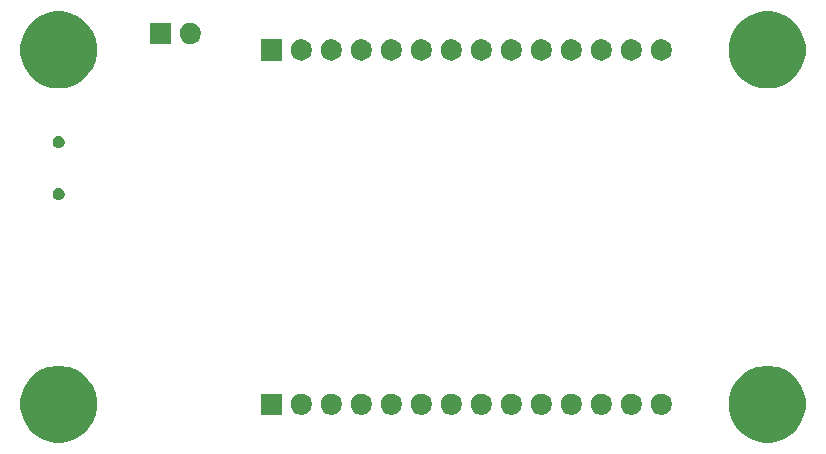
<source format=gbr>
G04 #@! TF.GenerationSoftware,KiCad,Pcbnew,5.1.5*
G04 #@! TF.CreationDate,2020-01-13T20:43:58-05:00*
G04 #@! TF.ProjectId,stm32f0_usb,73746d33-3266-4305-9f75-73622e6b6963,0*
G04 #@! TF.SameCoordinates,Original*
G04 #@! TF.FileFunction,Soldermask,Bot*
G04 #@! TF.FilePolarity,Negative*
%FSLAX46Y46*%
G04 Gerber Fmt 4.6, Leading zero omitted, Abs format (unit mm)*
G04 Created by KiCad (PCBNEW 5.1.5) date 2020-01-13 20:43:58*
%MOMM*%
%LPD*%
G04 APERTURE LIST*
%ADD10C,0.100000*%
G04 APERTURE END LIST*
D10*
G36*
X165634239Y-131811467D02*
G01*
X165948282Y-131873934D01*
X166539926Y-132119001D01*
X167072392Y-132474784D01*
X167525216Y-132927608D01*
X167880999Y-133460074D01*
X168126066Y-134051718D01*
X168251000Y-134679804D01*
X168251000Y-135320196D01*
X168126066Y-135948282D01*
X167880999Y-136539926D01*
X167525216Y-137072392D01*
X167072392Y-137525216D01*
X166539926Y-137880999D01*
X165948282Y-138126066D01*
X165634239Y-138188533D01*
X165320197Y-138251000D01*
X164679803Y-138251000D01*
X164365761Y-138188533D01*
X164051718Y-138126066D01*
X163460074Y-137880999D01*
X162927608Y-137525216D01*
X162474784Y-137072392D01*
X162119001Y-136539926D01*
X161873934Y-135948282D01*
X161749000Y-135320196D01*
X161749000Y-134679804D01*
X161873934Y-134051718D01*
X162119001Y-133460074D01*
X162474784Y-132927608D01*
X162927608Y-132474784D01*
X163460074Y-132119001D01*
X164051718Y-131873934D01*
X164365761Y-131811467D01*
X164679803Y-131749000D01*
X165320197Y-131749000D01*
X165634239Y-131811467D01*
G37*
G36*
X105634239Y-131811467D02*
G01*
X105948282Y-131873934D01*
X106539926Y-132119001D01*
X107072392Y-132474784D01*
X107525216Y-132927608D01*
X107880999Y-133460074D01*
X108126066Y-134051718D01*
X108251000Y-134679804D01*
X108251000Y-135320196D01*
X108126066Y-135948282D01*
X107880999Y-136539926D01*
X107525216Y-137072392D01*
X107072392Y-137525216D01*
X106539926Y-137880999D01*
X105948282Y-138126066D01*
X105634239Y-138188533D01*
X105320197Y-138251000D01*
X104679803Y-138251000D01*
X104365761Y-138188533D01*
X104051718Y-138126066D01*
X103460074Y-137880999D01*
X102927608Y-137525216D01*
X102474784Y-137072392D01*
X102119001Y-136539926D01*
X101873934Y-135948282D01*
X101749000Y-135320196D01*
X101749000Y-134679804D01*
X101873934Y-134051718D01*
X102119001Y-133460074D01*
X102474784Y-132927608D01*
X102927608Y-132474784D01*
X103460074Y-132119001D01*
X104051718Y-131873934D01*
X104365761Y-131811467D01*
X104679803Y-131749000D01*
X105320197Y-131749000D01*
X105634239Y-131811467D01*
G37*
G36*
X145973512Y-134103927D02*
G01*
X146122812Y-134133624D01*
X146286784Y-134201544D01*
X146434354Y-134300147D01*
X146559853Y-134425646D01*
X146658456Y-134573216D01*
X146726376Y-134737188D01*
X146761000Y-134911259D01*
X146761000Y-135088741D01*
X146726376Y-135262812D01*
X146658456Y-135426784D01*
X146559853Y-135574354D01*
X146434354Y-135699853D01*
X146286784Y-135798456D01*
X146122812Y-135866376D01*
X145973512Y-135896073D01*
X145948742Y-135901000D01*
X145771258Y-135901000D01*
X145746488Y-135896073D01*
X145597188Y-135866376D01*
X145433216Y-135798456D01*
X145285646Y-135699853D01*
X145160147Y-135574354D01*
X145061544Y-135426784D01*
X144993624Y-135262812D01*
X144959000Y-135088741D01*
X144959000Y-134911259D01*
X144993624Y-134737188D01*
X145061544Y-134573216D01*
X145160147Y-134425646D01*
X145285646Y-134300147D01*
X145433216Y-134201544D01*
X145597188Y-134133624D01*
X145746488Y-134103927D01*
X145771258Y-134099000D01*
X145948742Y-134099000D01*
X145973512Y-134103927D01*
G37*
G36*
X156133512Y-134103927D02*
G01*
X156282812Y-134133624D01*
X156446784Y-134201544D01*
X156594354Y-134300147D01*
X156719853Y-134425646D01*
X156818456Y-134573216D01*
X156886376Y-134737188D01*
X156921000Y-134911259D01*
X156921000Y-135088741D01*
X156886376Y-135262812D01*
X156818456Y-135426784D01*
X156719853Y-135574354D01*
X156594354Y-135699853D01*
X156446784Y-135798456D01*
X156282812Y-135866376D01*
X156133512Y-135896073D01*
X156108742Y-135901000D01*
X155931258Y-135901000D01*
X155906488Y-135896073D01*
X155757188Y-135866376D01*
X155593216Y-135798456D01*
X155445646Y-135699853D01*
X155320147Y-135574354D01*
X155221544Y-135426784D01*
X155153624Y-135262812D01*
X155119000Y-135088741D01*
X155119000Y-134911259D01*
X155153624Y-134737188D01*
X155221544Y-134573216D01*
X155320147Y-134425646D01*
X155445646Y-134300147D01*
X155593216Y-134201544D01*
X155757188Y-134133624D01*
X155906488Y-134103927D01*
X155931258Y-134099000D01*
X156108742Y-134099000D01*
X156133512Y-134103927D01*
G37*
G36*
X153593512Y-134103927D02*
G01*
X153742812Y-134133624D01*
X153906784Y-134201544D01*
X154054354Y-134300147D01*
X154179853Y-134425646D01*
X154278456Y-134573216D01*
X154346376Y-134737188D01*
X154381000Y-134911259D01*
X154381000Y-135088741D01*
X154346376Y-135262812D01*
X154278456Y-135426784D01*
X154179853Y-135574354D01*
X154054354Y-135699853D01*
X153906784Y-135798456D01*
X153742812Y-135866376D01*
X153593512Y-135896073D01*
X153568742Y-135901000D01*
X153391258Y-135901000D01*
X153366488Y-135896073D01*
X153217188Y-135866376D01*
X153053216Y-135798456D01*
X152905646Y-135699853D01*
X152780147Y-135574354D01*
X152681544Y-135426784D01*
X152613624Y-135262812D01*
X152579000Y-135088741D01*
X152579000Y-134911259D01*
X152613624Y-134737188D01*
X152681544Y-134573216D01*
X152780147Y-134425646D01*
X152905646Y-134300147D01*
X153053216Y-134201544D01*
X153217188Y-134133624D01*
X153366488Y-134103927D01*
X153391258Y-134099000D01*
X153568742Y-134099000D01*
X153593512Y-134103927D01*
G37*
G36*
X151053512Y-134103927D02*
G01*
X151202812Y-134133624D01*
X151366784Y-134201544D01*
X151514354Y-134300147D01*
X151639853Y-134425646D01*
X151738456Y-134573216D01*
X151806376Y-134737188D01*
X151841000Y-134911259D01*
X151841000Y-135088741D01*
X151806376Y-135262812D01*
X151738456Y-135426784D01*
X151639853Y-135574354D01*
X151514354Y-135699853D01*
X151366784Y-135798456D01*
X151202812Y-135866376D01*
X151053512Y-135896073D01*
X151028742Y-135901000D01*
X150851258Y-135901000D01*
X150826488Y-135896073D01*
X150677188Y-135866376D01*
X150513216Y-135798456D01*
X150365646Y-135699853D01*
X150240147Y-135574354D01*
X150141544Y-135426784D01*
X150073624Y-135262812D01*
X150039000Y-135088741D01*
X150039000Y-134911259D01*
X150073624Y-134737188D01*
X150141544Y-134573216D01*
X150240147Y-134425646D01*
X150365646Y-134300147D01*
X150513216Y-134201544D01*
X150677188Y-134133624D01*
X150826488Y-134103927D01*
X150851258Y-134099000D01*
X151028742Y-134099000D01*
X151053512Y-134103927D01*
G37*
G36*
X123901000Y-135901000D02*
G01*
X122099000Y-135901000D01*
X122099000Y-134099000D01*
X123901000Y-134099000D01*
X123901000Y-135901000D01*
G37*
G36*
X125653512Y-134103927D02*
G01*
X125802812Y-134133624D01*
X125966784Y-134201544D01*
X126114354Y-134300147D01*
X126239853Y-134425646D01*
X126338456Y-134573216D01*
X126406376Y-134737188D01*
X126441000Y-134911259D01*
X126441000Y-135088741D01*
X126406376Y-135262812D01*
X126338456Y-135426784D01*
X126239853Y-135574354D01*
X126114354Y-135699853D01*
X125966784Y-135798456D01*
X125802812Y-135866376D01*
X125653512Y-135896073D01*
X125628742Y-135901000D01*
X125451258Y-135901000D01*
X125426488Y-135896073D01*
X125277188Y-135866376D01*
X125113216Y-135798456D01*
X124965646Y-135699853D01*
X124840147Y-135574354D01*
X124741544Y-135426784D01*
X124673624Y-135262812D01*
X124639000Y-135088741D01*
X124639000Y-134911259D01*
X124673624Y-134737188D01*
X124741544Y-134573216D01*
X124840147Y-134425646D01*
X124965646Y-134300147D01*
X125113216Y-134201544D01*
X125277188Y-134133624D01*
X125426488Y-134103927D01*
X125451258Y-134099000D01*
X125628742Y-134099000D01*
X125653512Y-134103927D01*
G37*
G36*
X128193512Y-134103927D02*
G01*
X128342812Y-134133624D01*
X128506784Y-134201544D01*
X128654354Y-134300147D01*
X128779853Y-134425646D01*
X128878456Y-134573216D01*
X128946376Y-134737188D01*
X128981000Y-134911259D01*
X128981000Y-135088741D01*
X128946376Y-135262812D01*
X128878456Y-135426784D01*
X128779853Y-135574354D01*
X128654354Y-135699853D01*
X128506784Y-135798456D01*
X128342812Y-135866376D01*
X128193512Y-135896073D01*
X128168742Y-135901000D01*
X127991258Y-135901000D01*
X127966488Y-135896073D01*
X127817188Y-135866376D01*
X127653216Y-135798456D01*
X127505646Y-135699853D01*
X127380147Y-135574354D01*
X127281544Y-135426784D01*
X127213624Y-135262812D01*
X127179000Y-135088741D01*
X127179000Y-134911259D01*
X127213624Y-134737188D01*
X127281544Y-134573216D01*
X127380147Y-134425646D01*
X127505646Y-134300147D01*
X127653216Y-134201544D01*
X127817188Y-134133624D01*
X127966488Y-134103927D01*
X127991258Y-134099000D01*
X128168742Y-134099000D01*
X128193512Y-134103927D01*
G37*
G36*
X130733512Y-134103927D02*
G01*
X130882812Y-134133624D01*
X131046784Y-134201544D01*
X131194354Y-134300147D01*
X131319853Y-134425646D01*
X131418456Y-134573216D01*
X131486376Y-134737188D01*
X131521000Y-134911259D01*
X131521000Y-135088741D01*
X131486376Y-135262812D01*
X131418456Y-135426784D01*
X131319853Y-135574354D01*
X131194354Y-135699853D01*
X131046784Y-135798456D01*
X130882812Y-135866376D01*
X130733512Y-135896073D01*
X130708742Y-135901000D01*
X130531258Y-135901000D01*
X130506488Y-135896073D01*
X130357188Y-135866376D01*
X130193216Y-135798456D01*
X130045646Y-135699853D01*
X129920147Y-135574354D01*
X129821544Y-135426784D01*
X129753624Y-135262812D01*
X129719000Y-135088741D01*
X129719000Y-134911259D01*
X129753624Y-134737188D01*
X129821544Y-134573216D01*
X129920147Y-134425646D01*
X130045646Y-134300147D01*
X130193216Y-134201544D01*
X130357188Y-134133624D01*
X130506488Y-134103927D01*
X130531258Y-134099000D01*
X130708742Y-134099000D01*
X130733512Y-134103927D01*
G37*
G36*
X133273512Y-134103927D02*
G01*
X133422812Y-134133624D01*
X133586784Y-134201544D01*
X133734354Y-134300147D01*
X133859853Y-134425646D01*
X133958456Y-134573216D01*
X134026376Y-134737188D01*
X134061000Y-134911259D01*
X134061000Y-135088741D01*
X134026376Y-135262812D01*
X133958456Y-135426784D01*
X133859853Y-135574354D01*
X133734354Y-135699853D01*
X133586784Y-135798456D01*
X133422812Y-135866376D01*
X133273512Y-135896073D01*
X133248742Y-135901000D01*
X133071258Y-135901000D01*
X133046488Y-135896073D01*
X132897188Y-135866376D01*
X132733216Y-135798456D01*
X132585646Y-135699853D01*
X132460147Y-135574354D01*
X132361544Y-135426784D01*
X132293624Y-135262812D01*
X132259000Y-135088741D01*
X132259000Y-134911259D01*
X132293624Y-134737188D01*
X132361544Y-134573216D01*
X132460147Y-134425646D01*
X132585646Y-134300147D01*
X132733216Y-134201544D01*
X132897188Y-134133624D01*
X133046488Y-134103927D01*
X133071258Y-134099000D01*
X133248742Y-134099000D01*
X133273512Y-134103927D01*
G37*
G36*
X135813512Y-134103927D02*
G01*
X135962812Y-134133624D01*
X136126784Y-134201544D01*
X136274354Y-134300147D01*
X136399853Y-134425646D01*
X136498456Y-134573216D01*
X136566376Y-134737188D01*
X136601000Y-134911259D01*
X136601000Y-135088741D01*
X136566376Y-135262812D01*
X136498456Y-135426784D01*
X136399853Y-135574354D01*
X136274354Y-135699853D01*
X136126784Y-135798456D01*
X135962812Y-135866376D01*
X135813512Y-135896073D01*
X135788742Y-135901000D01*
X135611258Y-135901000D01*
X135586488Y-135896073D01*
X135437188Y-135866376D01*
X135273216Y-135798456D01*
X135125646Y-135699853D01*
X135000147Y-135574354D01*
X134901544Y-135426784D01*
X134833624Y-135262812D01*
X134799000Y-135088741D01*
X134799000Y-134911259D01*
X134833624Y-134737188D01*
X134901544Y-134573216D01*
X135000147Y-134425646D01*
X135125646Y-134300147D01*
X135273216Y-134201544D01*
X135437188Y-134133624D01*
X135586488Y-134103927D01*
X135611258Y-134099000D01*
X135788742Y-134099000D01*
X135813512Y-134103927D01*
G37*
G36*
X138353512Y-134103927D02*
G01*
X138502812Y-134133624D01*
X138666784Y-134201544D01*
X138814354Y-134300147D01*
X138939853Y-134425646D01*
X139038456Y-134573216D01*
X139106376Y-134737188D01*
X139141000Y-134911259D01*
X139141000Y-135088741D01*
X139106376Y-135262812D01*
X139038456Y-135426784D01*
X138939853Y-135574354D01*
X138814354Y-135699853D01*
X138666784Y-135798456D01*
X138502812Y-135866376D01*
X138353512Y-135896073D01*
X138328742Y-135901000D01*
X138151258Y-135901000D01*
X138126488Y-135896073D01*
X137977188Y-135866376D01*
X137813216Y-135798456D01*
X137665646Y-135699853D01*
X137540147Y-135574354D01*
X137441544Y-135426784D01*
X137373624Y-135262812D01*
X137339000Y-135088741D01*
X137339000Y-134911259D01*
X137373624Y-134737188D01*
X137441544Y-134573216D01*
X137540147Y-134425646D01*
X137665646Y-134300147D01*
X137813216Y-134201544D01*
X137977188Y-134133624D01*
X138126488Y-134103927D01*
X138151258Y-134099000D01*
X138328742Y-134099000D01*
X138353512Y-134103927D01*
G37*
G36*
X140893512Y-134103927D02*
G01*
X141042812Y-134133624D01*
X141206784Y-134201544D01*
X141354354Y-134300147D01*
X141479853Y-134425646D01*
X141578456Y-134573216D01*
X141646376Y-134737188D01*
X141681000Y-134911259D01*
X141681000Y-135088741D01*
X141646376Y-135262812D01*
X141578456Y-135426784D01*
X141479853Y-135574354D01*
X141354354Y-135699853D01*
X141206784Y-135798456D01*
X141042812Y-135866376D01*
X140893512Y-135896073D01*
X140868742Y-135901000D01*
X140691258Y-135901000D01*
X140666488Y-135896073D01*
X140517188Y-135866376D01*
X140353216Y-135798456D01*
X140205646Y-135699853D01*
X140080147Y-135574354D01*
X139981544Y-135426784D01*
X139913624Y-135262812D01*
X139879000Y-135088741D01*
X139879000Y-134911259D01*
X139913624Y-134737188D01*
X139981544Y-134573216D01*
X140080147Y-134425646D01*
X140205646Y-134300147D01*
X140353216Y-134201544D01*
X140517188Y-134133624D01*
X140666488Y-134103927D01*
X140691258Y-134099000D01*
X140868742Y-134099000D01*
X140893512Y-134103927D01*
G37*
G36*
X143433512Y-134103927D02*
G01*
X143582812Y-134133624D01*
X143746784Y-134201544D01*
X143894354Y-134300147D01*
X144019853Y-134425646D01*
X144118456Y-134573216D01*
X144186376Y-134737188D01*
X144221000Y-134911259D01*
X144221000Y-135088741D01*
X144186376Y-135262812D01*
X144118456Y-135426784D01*
X144019853Y-135574354D01*
X143894354Y-135699853D01*
X143746784Y-135798456D01*
X143582812Y-135866376D01*
X143433512Y-135896073D01*
X143408742Y-135901000D01*
X143231258Y-135901000D01*
X143206488Y-135896073D01*
X143057188Y-135866376D01*
X142893216Y-135798456D01*
X142745646Y-135699853D01*
X142620147Y-135574354D01*
X142521544Y-135426784D01*
X142453624Y-135262812D01*
X142419000Y-135088741D01*
X142419000Y-134911259D01*
X142453624Y-134737188D01*
X142521544Y-134573216D01*
X142620147Y-134425646D01*
X142745646Y-134300147D01*
X142893216Y-134201544D01*
X143057188Y-134133624D01*
X143206488Y-134103927D01*
X143231258Y-134099000D01*
X143408742Y-134099000D01*
X143433512Y-134103927D01*
G37*
G36*
X148513512Y-134103927D02*
G01*
X148662812Y-134133624D01*
X148826784Y-134201544D01*
X148974354Y-134300147D01*
X149099853Y-134425646D01*
X149198456Y-134573216D01*
X149266376Y-134737188D01*
X149301000Y-134911259D01*
X149301000Y-135088741D01*
X149266376Y-135262812D01*
X149198456Y-135426784D01*
X149099853Y-135574354D01*
X148974354Y-135699853D01*
X148826784Y-135798456D01*
X148662812Y-135866376D01*
X148513512Y-135896073D01*
X148488742Y-135901000D01*
X148311258Y-135901000D01*
X148286488Y-135896073D01*
X148137188Y-135866376D01*
X147973216Y-135798456D01*
X147825646Y-135699853D01*
X147700147Y-135574354D01*
X147601544Y-135426784D01*
X147533624Y-135262812D01*
X147499000Y-135088741D01*
X147499000Y-134911259D01*
X147533624Y-134737188D01*
X147601544Y-134573216D01*
X147700147Y-134425646D01*
X147825646Y-134300147D01*
X147973216Y-134201544D01*
X148137188Y-134133624D01*
X148286488Y-134103927D01*
X148311258Y-134099000D01*
X148488742Y-134099000D01*
X148513512Y-134103927D01*
G37*
G36*
X105097740Y-116708626D02*
G01*
X105146136Y-116718253D01*
X105183902Y-116733896D01*
X105237311Y-116756019D01*
X105237312Y-116756020D01*
X105319369Y-116810848D01*
X105389152Y-116880631D01*
X105389153Y-116880633D01*
X105443981Y-116962689D01*
X105481747Y-117053865D01*
X105501000Y-117150655D01*
X105501000Y-117249345D01*
X105481747Y-117346135D01*
X105443981Y-117437311D01*
X105443980Y-117437312D01*
X105389152Y-117519369D01*
X105319369Y-117589152D01*
X105278062Y-117616752D01*
X105237311Y-117643981D01*
X105183902Y-117666104D01*
X105146136Y-117681747D01*
X105097740Y-117691373D01*
X105049345Y-117701000D01*
X104950655Y-117701000D01*
X104902260Y-117691373D01*
X104853864Y-117681747D01*
X104816098Y-117666104D01*
X104762689Y-117643981D01*
X104721938Y-117616752D01*
X104680631Y-117589152D01*
X104610848Y-117519369D01*
X104556020Y-117437312D01*
X104556019Y-117437311D01*
X104518253Y-117346135D01*
X104499000Y-117249345D01*
X104499000Y-117150655D01*
X104518253Y-117053865D01*
X104556019Y-116962689D01*
X104610847Y-116880633D01*
X104610848Y-116880631D01*
X104680631Y-116810848D01*
X104762688Y-116756020D01*
X104762689Y-116756019D01*
X104816098Y-116733896D01*
X104853864Y-116718253D01*
X104902260Y-116708626D01*
X104950655Y-116699000D01*
X105049345Y-116699000D01*
X105097740Y-116708626D01*
G37*
G36*
X105097740Y-112308627D02*
G01*
X105146136Y-112318253D01*
X105183902Y-112333896D01*
X105237311Y-112356019D01*
X105237312Y-112356020D01*
X105319369Y-112410848D01*
X105389152Y-112480631D01*
X105389153Y-112480633D01*
X105443981Y-112562689D01*
X105481747Y-112653865D01*
X105501000Y-112750655D01*
X105501000Y-112849345D01*
X105481747Y-112946135D01*
X105443981Y-113037311D01*
X105443980Y-113037312D01*
X105389152Y-113119369D01*
X105319369Y-113189152D01*
X105278062Y-113216752D01*
X105237311Y-113243981D01*
X105183902Y-113266104D01*
X105146136Y-113281747D01*
X105097740Y-113291373D01*
X105049345Y-113301000D01*
X104950655Y-113301000D01*
X104902260Y-113291373D01*
X104853864Y-113281747D01*
X104816098Y-113266104D01*
X104762689Y-113243981D01*
X104721938Y-113216752D01*
X104680631Y-113189152D01*
X104610848Y-113119369D01*
X104556020Y-113037312D01*
X104556019Y-113037311D01*
X104518253Y-112946135D01*
X104499000Y-112849345D01*
X104499000Y-112750655D01*
X104518253Y-112653865D01*
X104556019Y-112562689D01*
X104610847Y-112480633D01*
X104610848Y-112480631D01*
X104680631Y-112410848D01*
X104762688Y-112356020D01*
X104762689Y-112356019D01*
X104816098Y-112333896D01*
X104853864Y-112318253D01*
X104902260Y-112308627D01*
X104950655Y-112299000D01*
X105049345Y-112299000D01*
X105097740Y-112308627D01*
G37*
G36*
X165634239Y-101811467D02*
G01*
X165948282Y-101873934D01*
X166539926Y-102119001D01*
X167072392Y-102474784D01*
X167525216Y-102927608D01*
X167880999Y-103460074D01*
X168126066Y-104051718D01*
X168251000Y-104679804D01*
X168251000Y-105320196D01*
X168126066Y-105948282D01*
X167880999Y-106539926D01*
X167525216Y-107072392D01*
X167072392Y-107525216D01*
X166539926Y-107880999D01*
X165948282Y-108126066D01*
X165634239Y-108188533D01*
X165320197Y-108251000D01*
X164679803Y-108251000D01*
X164365761Y-108188533D01*
X164051718Y-108126066D01*
X163460074Y-107880999D01*
X162927608Y-107525216D01*
X162474784Y-107072392D01*
X162119001Y-106539926D01*
X161873934Y-105948282D01*
X161749000Y-105320196D01*
X161749000Y-104679804D01*
X161873934Y-104051718D01*
X162119001Y-103460074D01*
X162474784Y-102927608D01*
X162927608Y-102474784D01*
X163460074Y-102119001D01*
X164051718Y-101873934D01*
X164365761Y-101811467D01*
X164679803Y-101749000D01*
X165320197Y-101749000D01*
X165634239Y-101811467D01*
G37*
G36*
X105634239Y-101811467D02*
G01*
X105948282Y-101873934D01*
X106539926Y-102119001D01*
X107072392Y-102474784D01*
X107525216Y-102927608D01*
X107880999Y-103460074D01*
X108126066Y-104051718D01*
X108251000Y-104679804D01*
X108251000Y-105320196D01*
X108126066Y-105948282D01*
X107880999Y-106539926D01*
X107525216Y-107072392D01*
X107072392Y-107525216D01*
X106539926Y-107880999D01*
X105948282Y-108126066D01*
X105634239Y-108188533D01*
X105320197Y-108251000D01*
X104679803Y-108251000D01*
X104365761Y-108188533D01*
X104051718Y-108126066D01*
X103460074Y-107880999D01*
X102927608Y-107525216D01*
X102474784Y-107072392D01*
X102119001Y-106539926D01*
X101873934Y-105948282D01*
X101749000Y-105320196D01*
X101749000Y-104679804D01*
X101873934Y-104051718D01*
X102119001Y-103460074D01*
X102474784Y-102927608D01*
X102927608Y-102474784D01*
X103460074Y-102119001D01*
X104051718Y-101873934D01*
X104365761Y-101811467D01*
X104679803Y-101749000D01*
X105320197Y-101749000D01*
X105634239Y-101811467D01*
G37*
G36*
X123901000Y-105901000D02*
G01*
X122099000Y-105901000D01*
X122099000Y-104099000D01*
X123901000Y-104099000D01*
X123901000Y-105901000D01*
G37*
G36*
X156133512Y-104103927D02*
G01*
X156282812Y-104133624D01*
X156446784Y-104201544D01*
X156594354Y-104300147D01*
X156719853Y-104425646D01*
X156818456Y-104573216D01*
X156886376Y-104737188D01*
X156921000Y-104911259D01*
X156921000Y-105088741D01*
X156886376Y-105262812D01*
X156818456Y-105426784D01*
X156719853Y-105574354D01*
X156594354Y-105699853D01*
X156446784Y-105798456D01*
X156282812Y-105866376D01*
X156133512Y-105896073D01*
X156108742Y-105901000D01*
X155931258Y-105901000D01*
X155906488Y-105896073D01*
X155757188Y-105866376D01*
X155593216Y-105798456D01*
X155445646Y-105699853D01*
X155320147Y-105574354D01*
X155221544Y-105426784D01*
X155153624Y-105262812D01*
X155119000Y-105088741D01*
X155119000Y-104911259D01*
X155153624Y-104737188D01*
X155221544Y-104573216D01*
X155320147Y-104425646D01*
X155445646Y-104300147D01*
X155593216Y-104201544D01*
X155757188Y-104133624D01*
X155906488Y-104103927D01*
X155931258Y-104099000D01*
X156108742Y-104099000D01*
X156133512Y-104103927D01*
G37*
G36*
X151053512Y-104103927D02*
G01*
X151202812Y-104133624D01*
X151366784Y-104201544D01*
X151514354Y-104300147D01*
X151639853Y-104425646D01*
X151738456Y-104573216D01*
X151806376Y-104737188D01*
X151841000Y-104911259D01*
X151841000Y-105088741D01*
X151806376Y-105262812D01*
X151738456Y-105426784D01*
X151639853Y-105574354D01*
X151514354Y-105699853D01*
X151366784Y-105798456D01*
X151202812Y-105866376D01*
X151053512Y-105896073D01*
X151028742Y-105901000D01*
X150851258Y-105901000D01*
X150826488Y-105896073D01*
X150677188Y-105866376D01*
X150513216Y-105798456D01*
X150365646Y-105699853D01*
X150240147Y-105574354D01*
X150141544Y-105426784D01*
X150073624Y-105262812D01*
X150039000Y-105088741D01*
X150039000Y-104911259D01*
X150073624Y-104737188D01*
X150141544Y-104573216D01*
X150240147Y-104425646D01*
X150365646Y-104300147D01*
X150513216Y-104201544D01*
X150677188Y-104133624D01*
X150826488Y-104103927D01*
X150851258Y-104099000D01*
X151028742Y-104099000D01*
X151053512Y-104103927D01*
G37*
G36*
X148513512Y-104103927D02*
G01*
X148662812Y-104133624D01*
X148826784Y-104201544D01*
X148974354Y-104300147D01*
X149099853Y-104425646D01*
X149198456Y-104573216D01*
X149266376Y-104737188D01*
X149301000Y-104911259D01*
X149301000Y-105088741D01*
X149266376Y-105262812D01*
X149198456Y-105426784D01*
X149099853Y-105574354D01*
X148974354Y-105699853D01*
X148826784Y-105798456D01*
X148662812Y-105866376D01*
X148513512Y-105896073D01*
X148488742Y-105901000D01*
X148311258Y-105901000D01*
X148286488Y-105896073D01*
X148137188Y-105866376D01*
X147973216Y-105798456D01*
X147825646Y-105699853D01*
X147700147Y-105574354D01*
X147601544Y-105426784D01*
X147533624Y-105262812D01*
X147499000Y-105088741D01*
X147499000Y-104911259D01*
X147533624Y-104737188D01*
X147601544Y-104573216D01*
X147700147Y-104425646D01*
X147825646Y-104300147D01*
X147973216Y-104201544D01*
X148137188Y-104133624D01*
X148286488Y-104103927D01*
X148311258Y-104099000D01*
X148488742Y-104099000D01*
X148513512Y-104103927D01*
G37*
G36*
X145973512Y-104103927D02*
G01*
X146122812Y-104133624D01*
X146286784Y-104201544D01*
X146434354Y-104300147D01*
X146559853Y-104425646D01*
X146658456Y-104573216D01*
X146726376Y-104737188D01*
X146761000Y-104911259D01*
X146761000Y-105088741D01*
X146726376Y-105262812D01*
X146658456Y-105426784D01*
X146559853Y-105574354D01*
X146434354Y-105699853D01*
X146286784Y-105798456D01*
X146122812Y-105866376D01*
X145973512Y-105896073D01*
X145948742Y-105901000D01*
X145771258Y-105901000D01*
X145746488Y-105896073D01*
X145597188Y-105866376D01*
X145433216Y-105798456D01*
X145285646Y-105699853D01*
X145160147Y-105574354D01*
X145061544Y-105426784D01*
X144993624Y-105262812D01*
X144959000Y-105088741D01*
X144959000Y-104911259D01*
X144993624Y-104737188D01*
X145061544Y-104573216D01*
X145160147Y-104425646D01*
X145285646Y-104300147D01*
X145433216Y-104201544D01*
X145597188Y-104133624D01*
X145746488Y-104103927D01*
X145771258Y-104099000D01*
X145948742Y-104099000D01*
X145973512Y-104103927D01*
G37*
G36*
X143433512Y-104103927D02*
G01*
X143582812Y-104133624D01*
X143746784Y-104201544D01*
X143894354Y-104300147D01*
X144019853Y-104425646D01*
X144118456Y-104573216D01*
X144186376Y-104737188D01*
X144221000Y-104911259D01*
X144221000Y-105088741D01*
X144186376Y-105262812D01*
X144118456Y-105426784D01*
X144019853Y-105574354D01*
X143894354Y-105699853D01*
X143746784Y-105798456D01*
X143582812Y-105866376D01*
X143433512Y-105896073D01*
X143408742Y-105901000D01*
X143231258Y-105901000D01*
X143206488Y-105896073D01*
X143057188Y-105866376D01*
X142893216Y-105798456D01*
X142745646Y-105699853D01*
X142620147Y-105574354D01*
X142521544Y-105426784D01*
X142453624Y-105262812D01*
X142419000Y-105088741D01*
X142419000Y-104911259D01*
X142453624Y-104737188D01*
X142521544Y-104573216D01*
X142620147Y-104425646D01*
X142745646Y-104300147D01*
X142893216Y-104201544D01*
X143057188Y-104133624D01*
X143206488Y-104103927D01*
X143231258Y-104099000D01*
X143408742Y-104099000D01*
X143433512Y-104103927D01*
G37*
G36*
X140893512Y-104103927D02*
G01*
X141042812Y-104133624D01*
X141206784Y-104201544D01*
X141354354Y-104300147D01*
X141479853Y-104425646D01*
X141578456Y-104573216D01*
X141646376Y-104737188D01*
X141681000Y-104911259D01*
X141681000Y-105088741D01*
X141646376Y-105262812D01*
X141578456Y-105426784D01*
X141479853Y-105574354D01*
X141354354Y-105699853D01*
X141206784Y-105798456D01*
X141042812Y-105866376D01*
X140893512Y-105896073D01*
X140868742Y-105901000D01*
X140691258Y-105901000D01*
X140666488Y-105896073D01*
X140517188Y-105866376D01*
X140353216Y-105798456D01*
X140205646Y-105699853D01*
X140080147Y-105574354D01*
X139981544Y-105426784D01*
X139913624Y-105262812D01*
X139879000Y-105088741D01*
X139879000Y-104911259D01*
X139913624Y-104737188D01*
X139981544Y-104573216D01*
X140080147Y-104425646D01*
X140205646Y-104300147D01*
X140353216Y-104201544D01*
X140517188Y-104133624D01*
X140666488Y-104103927D01*
X140691258Y-104099000D01*
X140868742Y-104099000D01*
X140893512Y-104103927D01*
G37*
G36*
X138353512Y-104103927D02*
G01*
X138502812Y-104133624D01*
X138666784Y-104201544D01*
X138814354Y-104300147D01*
X138939853Y-104425646D01*
X139038456Y-104573216D01*
X139106376Y-104737188D01*
X139141000Y-104911259D01*
X139141000Y-105088741D01*
X139106376Y-105262812D01*
X139038456Y-105426784D01*
X138939853Y-105574354D01*
X138814354Y-105699853D01*
X138666784Y-105798456D01*
X138502812Y-105866376D01*
X138353512Y-105896073D01*
X138328742Y-105901000D01*
X138151258Y-105901000D01*
X138126488Y-105896073D01*
X137977188Y-105866376D01*
X137813216Y-105798456D01*
X137665646Y-105699853D01*
X137540147Y-105574354D01*
X137441544Y-105426784D01*
X137373624Y-105262812D01*
X137339000Y-105088741D01*
X137339000Y-104911259D01*
X137373624Y-104737188D01*
X137441544Y-104573216D01*
X137540147Y-104425646D01*
X137665646Y-104300147D01*
X137813216Y-104201544D01*
X137977188Y-104133624D01*
X138126488Y-104103927D01*
X138151258Y-104099000D01*
X138328742Y-104099000D01*
X138353512Y-104103927D01*
G37*
G36*
X135813512Y-104103927D02*
G01*
X135962812Y-104133624D01*
X136126784Y-104201544D01*
X136274354Y-104300147D01*
X136399853Y-104425646D01*
X136498456Y-104573216D01*
X136566376Y-104737188D01*
X136601000Y-104911259D01*
X136601000Y-105088741D01*
X136566376Y-105262812D01*
X136498456Y-105426784D01*
X136399853Y-105574354D01*
X136274354Y-105699853D01*
X136126784Y-105798456D01*
X135962812Y-105866376D01*
X135813512Y-105896073D01*
X135788742Y-105901000D01*
X135611258Y-105901000D01*
X135586488Y-105896073D01*
X135437188Y-105866376D01*
X135273216Y-105798456D01*
X135125646Y-105699853D01*
X135000147Y-105574354D01*
X134901544Y-105426784D01*
X134833624Y-105262812D01*
X134799000Y-105088741D01*
X134799000Y-104911259D01*
X134833624Y-104737188D01*
X134901544Y-104573216D01*
X135000147Y-104425646D01*
X135125646Y-104300147D01*
X135273216Y-104201544D01*
X135437188Y-104133624D01*
X135586488Y-104103927D01*
X135611258Y-104099000D01*
X135788742Y-104099000D01*
X135813512Y-104103927D01*
G37*
G36*
X133273512Y-104103927D02*
G01*
X133422812Y-104133624D01*
X133586784Y-104201544D01*
X133734354Y-104300147D01*
X133859853Y-104425646D01*
X133958456Y-104573216D01*
X134026376Y-104737188D01*
X134061000Y-104911259D01*
X134061000Y-105088741D01*
X134026376Y-105262812D01*
X133958456Y-105426784D01*
X133859853Y-105574354D01*
X133734354Y-105699853D01*
X133586784Y-105798456D01*
X133422812Y-105866376D01*
X133273512Y-105896073D01*
X133248742Y-105901000D01*
X133071258Y-105901000D01*
X133046488Y-105896073D01*
X132897188Y-105866376D01*
X132733216Y-105798456D01*
X132585646Y-105699853D01*
X132460147Y-105574354D01*
X132361544Y-105426784D01*
X132293624Y-105262812D01*
X132259000Y-105088741D01*
X132259000Y-104911259D01*
X132293624Y-104737188D01*
X132361544Y-104573216D01*
X132460147Y-104425646D01*
X132585646Y-104300147D01*
X132733216Y-104201544D01*
X132897188Y-104133624D01*
X133046488Y-104103927D01*
X133071258Y-104099000D01*
X133248742Y-104099000D01*
X133273512Y-104103927D01*
G37*
G36*
X130733512Y-104103927D02*
G01*
X130882812Y-104133624D01*
X131046784Y-104201544D01*
X131194354Y-104300147D01*
X131319853Y-104425646D01*
X131418456Y-104573216D01*
X131486376Y-104737188D01*
X131521000Y-104911259D01*
X131521000Y-105088741D01*
X131486376Y-105262812D01*
X131418456Y-105426784D01*
X131319853Y-105574354D01*
X131194354Y-105699853D01*
X131046784Y-105798456D01*
X130882812Y-105866376D01*
X130733512Y-105896073D01*
X130708742Y-105901000D01*
X130531258Y-105901000D01*
X130506488Y-105896073D01*
X130357188Y-105866376D01*
X130193216Y-105798456D01*
X130045646Y-105699853D01*
X129920147Y-105574354D01*
X129821544Y-105426784D01*
X129753624Y-105262812D01*
X129719000Y-105088741D01*
X129719000Y-104911259D01*
X129753624Y-104737188D01*
X129821544Y-104573216D01*
X129920147Y-104425646D01*
X130045646Y-104300147D01*
X130193216Y-104201544D01*
X130357188Y-104133624D01*
X130506488Y-104103927D01*
X130531258Y-104099000D01*
X130708742Y-104099000D01*
X130733512Y-104103927D01*
G37*
G36*
X128193512Y-104103927D02*
G01*
X128342812Y-104133624D01*
X128506784Y-104201544D01*
X128654354Y-104300147D01*
X128779853Y-104425646D01*
X128878456Y-104573216D01*
X128946376Y-104737188D01*
X128981000Y-104911259D01*
X128981000Y-105088741D01*
X128946376Y-105262812D01*
X128878456Y-105426784D01*
X128779853Y-105574354D01*
X128654354Y-105699853D01*
X128506784Y-105798456D01*
X128342812Y-105866376D01*
X128193512Y-105896073D01*
X128168742Y-105901000D01*
X127991258Y-105901000D01*
X127966488Y-105896073D01*
X127817188Y-105866376D01*
X127653216Y-105798456D01*
X127505646Y-105699853D01*
X127380147Y-105574354D01*
X127281544Y-105426784D01*
X127213624Y-105262812D01*
X127179000Y-105088741D01*
X127179000Y-104911259D01*
X127213624Y-104737188D01*
X127281544Y-104573216D01*
X127380147Y-104425646D01*
X127505646Y-104300147D01*
X127653216Y-104201544D01*
X127817188Y-104133624D01*
X127966488Y-104103927D01*
X127991258Y-104099000D01*
X128168742Y-104099000D01*
X128193512Y-104103927D01*
G37*
G36*
X125653512Y-104103927D02*
G01*
X125802812Y-104133624D01*
X125966784Y-104201544D01*
X126114354Y-104300147D01*
X126239853Y-104425646D01*
X126338456Y-104573216D01*
X126406376Y-104737188D01*
X126441000Y-104911259D01*
X126441000Y-105088741D01*
X126406376Y-105262812D01*
X126338456Y-105426784D01*
X126239853Y-105574354D01*
X126114354Y-105699853D01*
X125966784Y-105798456D01*
X125802812Y-105866376D01*
X125653512Y-105896073D01*
X125628742Y-105901000D01*
X125451258Y-105901000D01*
X125426488Y-105896073D01*
X125277188Y-105866376D01*
X125113216Y-105798456D01*
X124965646Y-105699853D01*
X124840147Y-105574354D01*
X124741544Y-105426784D01*
X124673624Y-105262812D01*
X124639000Y-105088741D01*
X124639000Y-104911259D01*
X124673624Y-104737188D01*
X124741544Y-104573216D01*
X124840147Y-104425646D01*
X124965646Y-104300147D01*
X125113216Y-104201544D01*
X125277188Y-104133624D01*
X125426488Y-104103927D01*
X125451258Y-104099000D01*
X125628742Y-104099000D01*
X125653512Y-104103927D01*
G37*
G36*
X153593512Y-104103927D02*
G01*
X153742812Y-104133624D01*
X153906784Y-104201544D01*
X154054354Y-104300147D01*
X154179853Y-104425646D01*
X154278456Y-104573216D01*
X154346376Y-104737188D01*
X154381000Y-104911259D01*
X154381000Y-105088741D01*
X154346376Y-105262812D01*
X154278456Y-105426784D01*
X154179853Y-105574354D01*
X154054354Y-105699853D01*
X153906784Y-105798456D01*
X153742812Y-105866376D01*
X153593512Y-105896073D01*
X153568742Y-105901000D01*
X153391258Y-105901000D01*
X153366488Y-105896073D01*
X153217188Y-105866376D01*
X153053216Y-105798456D01*
X152905646Y-105699853D01*
X152780147Y-105574354D01*
X152681544Y-105426784D01*
X152613624Y-105262812D01*
X152579000Y-105088741D01*
X152579000Y-104911259D01*
X152613624Y-104737188D01*
X152681544Y-104573216D01*
X152780147Y-104425646D01*
X152905646Y-104300147D01*
X153053216Y-104201544D01*
X153217188Y-104133624D01*
X153366488Y-104103927D01*
X153391258Y-104099000D01*
X153568742Y-104099000D01*
X153593512Y-104103927D01*
G37*
G36*
X116253512Y-102703927D02*
G01*
X116402812Y-102733624D01*
X116566784Y-102801544D01*
X116714354Y-102900147D01*
X116839853Y-103025646D01*
X116938456Y-103173216D01*
X117006376Y-103337188D01*
X117041000Y-103511259D01*
X117041000Y-103688741D01*
X117006376Y-103862812D01*
X116938456Y-104026784D01*
X116839853Y-104174354D01*
X116714354Y-104299853D01*
X116566784Y-104398456D01*
X116402812Y-104466376D01*
X116253512Y-104496073D01*
X116228742Y-104501000D01*
X116051258Y-104501000D01*
X116026488Y-104496073D01*
X115877188Y-104466376D01*
X115713216Y-104398456D01*
X115565646Y-104299853D01*
X115440147Y-104174354D01*
X115341544Y-104026784D01*
X115273624Y-103862812D01*
X115239000Y-103688741D01*
X115239000Y-103511259D01*
X115273624Y-103337188D01*
X115341544Y-103173216D01*
X115440147Y-103025646D01*
X115565646Y-102900147D01*
X115713216Y-102801544D01*
X115877188Y-102733624D01*
X116026488Y-102703927D01*
X116051258Y-102699000D01*
X116228742Y-102699000D01*
X116253512Y-102703927D01*
G37*
G36*
X114501000Y-104501000D02*
G01*
X112699000Y-104501000D01*
X112699000Y-102699000D01*
X114501000Y-102699000D01*
X114501000Y-104501000D01*
G37*
M02*

</source>
